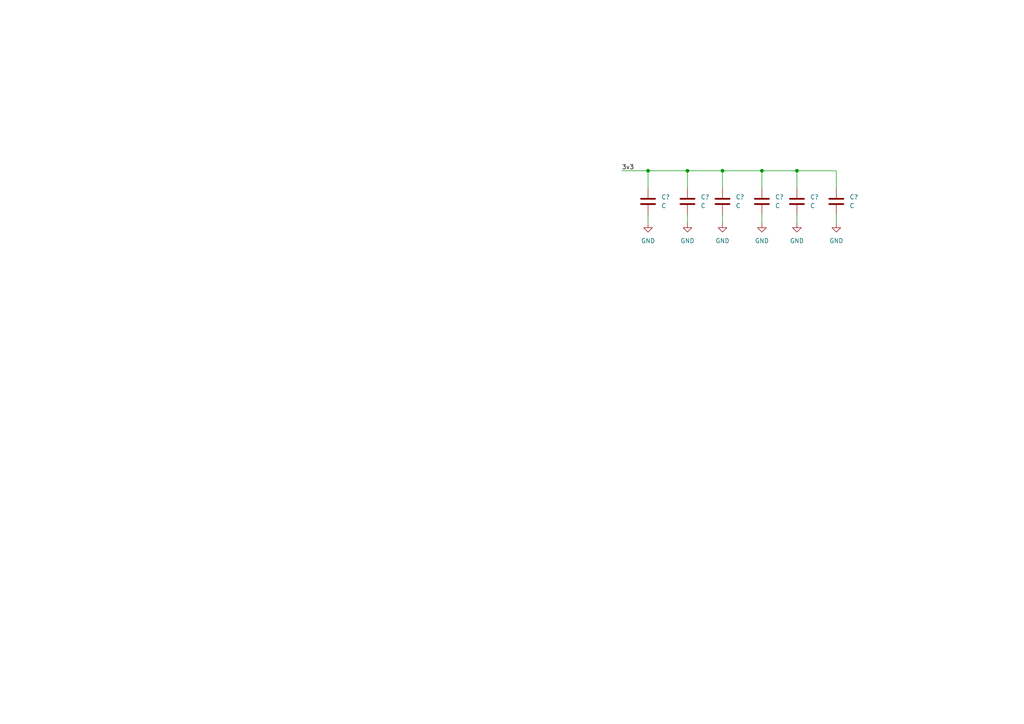
<source format=kicad_sch>
(kicad_sch (version 20211123) (generator eeschema)
  (paper "A4")
  (lib_symbols
    (symbol "Device:C" (pin_numbers hide) (pin_names (offset 0.254))
      (property "Reference" "C" (at 0.635 2.54 0))
      (property "Value" "C" (at 0.635 -2.54 0))
      (symbol "C_0_1"
        (polyline (pts (xy -2.032 -0.762) (xy 2.032 -0.762)) (stroke (width 0.508)))
        (polyline (pts (xy -2.032 0.762) (xy 2.032 0.762)) (stroke (width 0.508)))
      )
      (symbol "C_1_1"
        (pin passive line (at 0 3.81 270) (length 2.794) (name "~") (number "1"))
        (pin passive line (at 0 -3.81 90) (length 2.794) (name "~") (number "2"))
      )
    )
    (symbol "power:GND" (power) (pin_names (offset 0))
      (property "Value" "GND" (at 0 -3.81 0))
      (symbol "GND_0_1"
        (polyline (pts (xy 0 0) (xy 0 -1.27) (xy 1.27 -1.27) (xy 0 -2.54) (xy -1.27 -1.27) (xy 0 -1.27)))
      )
      (symbol "GND_1_1"
        (pin power_in line (at 0 0 270) (length 0) hide (name "GND") (number "1"))
      )
    )
  )
  (junction (at 231.14 49.53))
  (junction (at 220.98 49.53))
  (junction (at 199.39 49.53))
  (junction (at 187.96 49.53))
  (junction (at 209.55 49.53))
  (wire (pts (xy 187.96 62.23) (xy 187.96 64.77)))
  (wire (pts (xy 199.39 49.53) (xy 199.39 54.61)))
  (wire (pts (xy 187.96 49.53) (xy 187.96 54.61)))
  (wire (pts (xy 220.98 62.23) (xy 220.98 64.77)))
  (wire (pts (xy 220.98 49.53) (xy 231.14 49.53)))
  (wire (pts (xy 180.34 49.53) (xy 187.96 49.53)))
  (wire (pts (xy 209.55 62.23) (xy 209.55 64.77)))
  (wire (pts (xy 242.57 62.23) (xy 242.57 64.77)))
  (wire (pts (xy 242.57 49.53) (xy 242.57 54.61)))
  (wire (pts (xy 220.98 49.53) (xy 220.98 54.61)))
  (wire (pts (xy 231.14 49.53) (xy 231.14 54.61)))
  (wire (pts (xy 209.55 49.53) (xy 209.55 54.61)))
  (wire (pts (xy 209.55 49.53) (xy 220.98 49.53)))
  (wire (pts (xy 199.39 49.53) (xy 209.55 49.53)))
  (wire (pts (xy 231.14 62.23) (xy 231.14 64.77)))
  (wire (pts (xy 187.96 49.53) (xy 199.39 49.53)))
  (wire (pts (xy 199.39 62.23) (xy 199.39 64.77)))
  (wire (pts (xy 231.14 49.53) (xy 242.57 49.53)))
  (label "3v3" (at 180.34 49.53 0))
  (symbol (lib_id "Device:C") (at 209.55 58.42 0) (unit 1)
    (property "Reference" "C?" (at 213.36 57.1499 0) (effects (justify left)))
    (property "Value" "C" (at 213.36 59.6899 0) (effects (justify left)))
  )
  (symbol (lib_id "Device:C") (at 231.14 58.42 0) (unit 1)
    (property "Reference" "C?" (at 234.95 57.1499 0) (effects (justify left)))
    (property "Value" "C" (at 234.95 59.6899 0) (effects (justify left)))
  )
  (symbol (lib_id "power:GND") (at 199.39 64.77 0) (unit 1)
    (property "Reference" "#PWR?" (effects hide))
    (property "Value" "GND" (at 199.39 69.85 0))
  )
  (symbol (lib_id "Device:C") (at 220.98 58.42 0) (unit 1)
    (property "Reference" "C?" (at 224.79 57.1499 0) (effects (justify left)))
    (property "Value" "C" (at 224.79 59.6899 0) (effects (justify left)))
  )
  (symbol (lib_id "Device:C") (at 242.57 58.42 0) (unit 1)
    (property "Reference" "C?" (at 246.38 57.1499 0) (effects (justify left)))
    (property "Value" "C" (at 246.38 59.6899 0) (effects (justify left)))
  )
  (symbol (lib_id "power:GND") (at 242.57 64.77 0) (unit 1)
    (property "Reference" "#PWR?" (effects hide))
    (property "Value" "GND" (at 242.57 69.85 0))
  )
  (symbol (lib_id "Device:C") (at 187.96 58.42 0) (unit 1)
    (property "Reference" "C?" (at 191.77 57.1499 0) (effects (justify left)))
    (property "Value" "C" (at 191.77 59.6899 0) (effects (justify left)))
  )
  (symbol (lib_id "power:GND") (at 231.14 64.77 0) (unit 1)
    (property "Reference" "#PWR?" (effects hide))
    (property "Value" "GND" (at 231.14 69.85 0))
  )
  (symbol (lib_id "power:GND") (at 209.55 64.77 0) (unit 1)
    (property "Reference" "#PWR?" (effects hide))
    (property "Value" "GND" (at 209.55 69.85 0))
  )
  (symbol (lib_id "power:GND") (at 220.98 64.77 0) (unit 1)
    (property "Reference" "#PWR?" (effects hide))
    (property "Value" "GND" (at 220.98 69.85 0))
  )
  (symbol (lib_id "Device:C") (at 199.39 58.42 0) (unit 1)
    (property "Reference" "C?" (at 203.2 57.1499 0) (effects (justify left)))
    (property "Value" "C" (at 203.2 59.6899 0) (effects (justify left)))
  )
  (symbol (lib_id "power:GND") (at 187.96 64.77 0) (unit 1)
    (property "Reference" "#PWR?" (effects hide))
    (property "Value" "GND" (at 187.96 69.85 0))
  )
)
</source>
